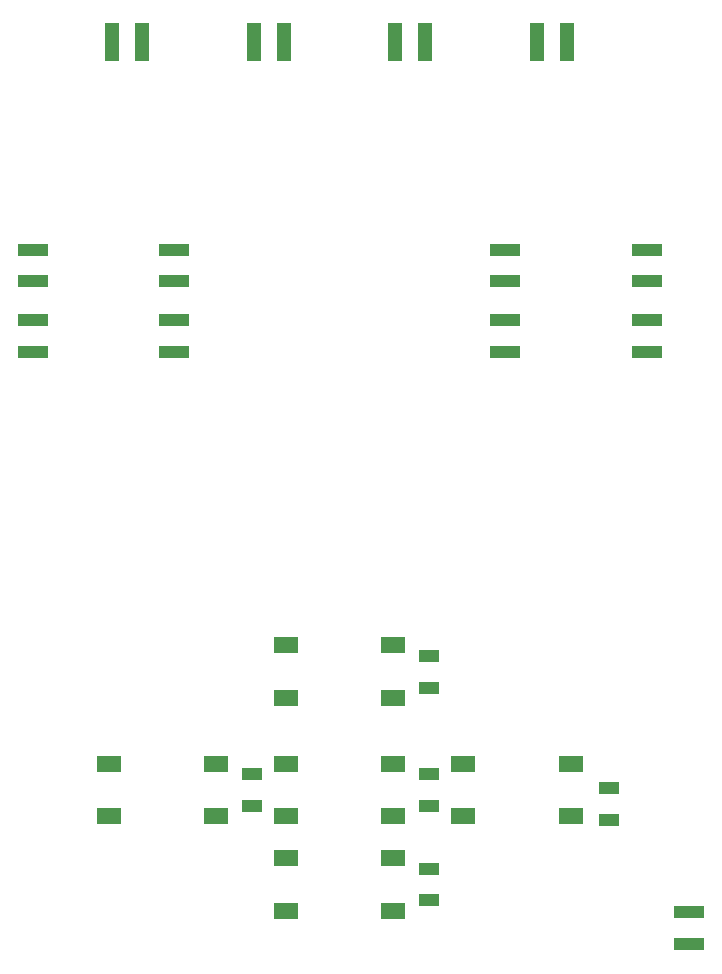
<source format=gtp>
G04*
G04 #@! TF.GenerationSoftware,Altium Limited,Altium Designer,20.1.8 (145)*
G04*
G04 Layer_Color=8421504*
%FSLAX25Y25*%
%MOIN*%
G70*
G04*
G04 #@! TF.SameCoordinates,CC740219-02E3-49CA-8287-50D337AD25DE*
G04*
G04*
G04 #@! TF.FilePolarity,Positive*
G04*
G01*
G75*
%ADD14R,0.10236X0.04331*%
%ADD15R,0.06693X0.04331*%
%ADD16R,0.05000X0.12520*%
G04:AMPARAMS|DCode=17|XSize=82.68mil|YSize=54.33mil|CornerRadius=4.08mil|HoleSize=0mil|Usage=FLASHONLY|Rotation=0.000|XOffset=0mil|YOffset=0mil|HoleType=Round|Shape=RoundedRectangle|*
%AMROUNDEDRECTD17*
21,1,0.08268,0.04618,0,0,0.0*
21,1,0.07453,0.05433,0,0,0.0*
1,1,0.00815,0.03726,-0.02309*
1,1,0.00815,-0.03726,-0.02309*
1,1,0.00815,-0.03726,0.02309*
1,1,0.00815,0.03726,0.02309*
%
%ADD17ROUNDEDRECTD17*%
D14*
X281354Y416693D02*
D03*
Y427323D02*
D03*
X328598Y416693D02*
D03*
Y427323D02*
D03*
Y450945D02*
D03*
Y440315D02*
D03*
X281354Y450945D02*
D03*
Y440315D02*
D03*
X123874Y450945D02*
D03*
Y440315D02*
D03*
X171118Y450945D02*
D03*
Y440315D02*
D03*
Y416693D02*
D03*
Y427323D02*
D03*
X123874Y416693D02*
D03*
Y427323D02*
D03*
X342815Y230010D02*
D03*
Y219380D02*
D03*
D15*
X255961Y276142D02*
D03*
Y265512D02*
D03*
Y304882D02*
D03*
Y315512D02*
D03*
X316000Y260685D02*
D03*
Y271315D02*
D03*
X196906Y276142D02*
D03*
Y265512D02*
D03*
X255961Y244646D02*
D03*
Y234016D02*
D03*
D16*
X150366Y520189D02*
D03*
X160366D02*
D03*
X207610D02*
D03*
X197610D02*
D03*
X244854D02*
D03*
X254854D02*
D03*
X302098D02*
D03*
X292098D02*
D03*
D17*
X303205Y279646D02*
D03*
Y262008D02*
D03*
X267378Y279646D02*
D03*
Y262008D02*
D03*
X244150Y319016D02*
D03*
Y301378D02*
D03*
X208323Y319016D02*
D03*
Y301378D02*
D03*
X185095Y279646D02*
D03*
Y262008D02*
D03*
X149268Y279646D02*
D03*
Y262008D02*
D03*
X244150Y279646D02*
D03*
Y262008D02*
D03*
X208323Y279646D02*
D03*
Y262008D02*
D03*
X244150Y248150D02*
D03*
Y230512D02*
D03*
X208323Y248150D02*
D03*
Y230512D02*
D03*
M02*

</source>
